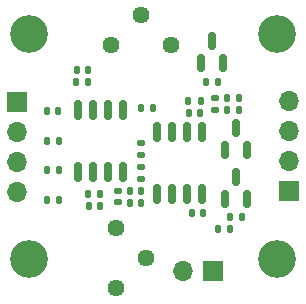
<source format=gbr>
%TF.GenerationSoftware,KiCad,Pcbnew,(6.0.0)*%
%TF.CreationDate,2022-02-09T06:53:37-08:00*%
%TF.ProjectId,depth-sensor,64657074-682d-4736-956e-736f722e6b69,1*%
%TF.SameCoordinates,Original*%
%TF.FileFunction,Soldermask,Top*%
%TF.FilePolarity,Negative*%
%FSLAX46Y46*%
G04 Gerber Fmt 4.6, Leading zero omitted, Abs format (unit mm)*
G04 Created by KiCad (PCBNEW (6.0.0)) date 2022-02-09 06:53:37*
%MOMM*%
%LPD*%
G01*
G04 APERTURE LIST*
G04 Aperture macros list*
%AMRoundRect*
0 Rectangle with rounded corners*
0 $1 Rounding radius*
0 $2 $3 $4 $5 $6 $7 $8 $9 X,Y pos of 4 corners*
0 Add a 4 corners polygon primitive as box body*
4,1,4,$2,$3,$4,$5,$6,$7,$8,$9,$2,$3,0*
0 Add four circle primitives for the rounded corners*
1,1,$1+$1,$2,$3*
1,1,$1+$1,$4,$5*
1,1,$1+$1,$6,$7*
1,1,$1+$1,$8,$9*
0 Add four rect primitives between the rounded corners*
20,1,$1+$1,$2,$3,$4,$5,0*
20,1,$1+$1,$4,$5,$6,$7,0*
20,1,$1+$1,$6,$7,$8,$9,0*
20,1,$1+$1,$8,$9,$2,$3,0*%
G04 Aperture macros list end*
%ADD10R,1.700000X1.700000*%
%ADD11O,1.700000X1.700000*%
%ADD12C,3.200000*%
%ADD13RoundRect,0.150000X0.150000X-0.587500X0.150000X0.587500X-0.150000X0.587500X-0.150000X-0.587500X0*%
%ADD14RoundRect,0.150000X-0.150000X0.675000X-0.150000X-0.675000X0.150000X-0.675000X0.150000X0.675000X0*%
%ADD15C,1.440000*%
%ADD16RoundRect,0.135000X-0.135000X-0.185000X0.135000X-0.185000X0.135000X0.185000X-0.135000X0.185000X0*%
%ADD17RoundRect,0.135000X0.185000X-0.135000X0.185000X0.135000X-0.185000X0.135000X-0.185000X-0.135000X0*%
%ADD18RoundRect,0.135000X-0.185000X0.135000X-0.185000X-0.135000X0.185000X-0.135000X0.185000X0.135000X0*%
%ADD19RoundRect,0.135000X0.135000X0.185000X-0.135000X0.185000X-0.135000X-0.185000X0.135000X-0.185000X0*%
%ADD20RoundRect,0.140000X-0.140000X-0.170000X0.140000X-0.170000X0.140000X0.170000X-0.140000X0.170000X0*%
%ADD21RoundRect,0.140000X0.170000X-0.140000X0.170000X0.140000X-0.170000X0.140000X-0.170000X-0.140000X0*%
G04 APERTURE END LIST*
D10*
%TO.C,J3*%
X121000000Y-56300000D03*
D11*
X121000000Y-53760000D03*
X121000000Y-51220000D03*
X121000000Y-48680000D03*
%TD*%
D10*
%TO.C,J2*%
X98000000Y-48700000D03*
D11*
X98000000Y-51240000D03*
X98000000Y-53780000D03*
X98000000Y-56320000D03*
%TD*%
D10*
%TO.C,J1*%
X114600000Y-63000000D03*
D11*
X112060000Y-63000000D03*
%TD*%
D12*
%TO.C,H4*%
X120000000Y-62000000D03*
%TD*%
%TO.C,H3*%
X120000000Y-43000000D03*
%TD*%
%TO.C,H2*%
X99000000Y-62000000D03*
%TD*%
%TO.C,H1*%
X99000000Y-43000000D03*
%TD*%
D13*
%TO.C,U3*%
X115550000Y-52812500D03*
X117450000Y-52812500D03*
X116500000Y-50937500D03*
%TD*%
D14*
%TO.C,U2*%
X113655000Y-56500000D03*
X112385000Y-56500000D03*
X111115000Y-56500000D03*
X109845000Y-56500000D03*
X109845000Y-51250000D03*
X111115000Y-51250000D03*
X112385000Y-51250000D03*
X113655000Y-51250000D03*
%TD*%
%TO.C,U1*%
X106905000Y-49375000D03*
X105635000Y-49375000D03*
X104365000Y-49375000D03*
X103095000Y-49375000D03*
X103095000Y-54625000D03*
X104365000Y-54625000D03*
X105635000Y-54625000D03*
X106905000Y-54625000D03*
%TD*%
D15*
%TO.C,RV2*%
X111025000Y-43925000D03*
X108485000Y-41385000D03*
X105945000Y-43925000D03*
%TD*%
%TO.C,RV1*%
X106375000Y-59420000D03*
X108915000Y-61960000D03*
X106375000Y-64500000D03*
%TD*%
D16*
%TO.C,R18*%
X115740000Y-49375000D03*
X116760000Y-49375000D03*
%TD*%
D17*
%TO.C,R17*%
X114750000Y-48365000D03*
X114750000Y-49385000D03*
%TD*%
D16*
%TO.C,R14*%
X112490000Y-48625000D03*
X113510000Y-48625000D03*
%TD*%
D18*
%TO.C,R13*%
X108500000Y-54240000D03*
X108500000Y-55260000D03*
%TD*%
%TO.C,R12*%
X108500000Y-52240000D03*
X108500000Y-53260000D03*
%TD*%
D16*
%TO.C,R11*%
X108490000Y-49250000D03*
X109510000Y-49250000D03*
%TD*%
%TO.C,R8*%
X104000000Y-56500000D03*
X105020000Y-56500000D03*
%TD*%
D19*
%TO.C,R7*%
X104010000Y-47000000D03*
X102990000Y-47000000D03*
%TD*%
D16*
%TO.C,R5*%
X101510000Y-54500000D03*
X100490000Y-54500000D03*
%TD*%
%TO.C,R4*%
X101520000Y-52000000D03*
X100500000Y-52000000D03*
%TD*%
%TO.C,R3*%
X114990000Y-59500000D03*
X116010000Y-59500000D03*
%TD*%
D19*
%TO.C,R2*%
X113990000Y-47000000D03*
X115010000Y-47000000D03*
%TD*%
D16*
%TO.C,R1*%
X115990000Y-58500000D03*
X117010000Y-58500000D03*
%TD*%
D13*
%TO.C,Q2*%
X116500000Y-55062500D03*
X117450000Y-56937500D03*
X115550000Y-56937500D03*
%TD*%
%TO.C,Q1*%
X113550000Y-45437500D03*
X115450000Y-45437500D03*
X114500000Y-43562500D03*
%TD*%
D20*
%TO.C,C10*%
X115770000Y-48375000D03*
X116730000Y-48375000D03*
%TD*%
%TO.C,C9*%
X112770000Y-58125000D03*
X113730000Y-58125000D03*
%TD*%
%TO.C,C8*%
X112520000Y-49625000D03*
X113480000Y-49625000D03*
%TD*%
%TO.C,C7*%
X107500000Y-56250000D03*
X108460000Y-56250000D03*
%TD*%
D21*
%TO.C,C6*%
X106500000Y-57230000D03*
X106500000Y-56270000D03*
%TD*%
D20*
%TO.C,C5*%
X107500000Y-57250000D03*
X108460000Y-57250000D03*
%TD*%
%TO.C,C4*%
X104030000Y-57500000D03*
X104990000Y-57500000D03*
%TD*%
%TO.C,C3*%
X103020000Y-46000000D03*
X103980000Y-46000000D03*
%TD*%
%TO.C,C2*%
X101490000Y-57000000D03*
X100530000Y-57000000D03*
%TD*%
%TO.C,C1*%
X101480000Y-49500000D03*
X100520000Y-49500000D03*
%TD*%
M02*

</source>
